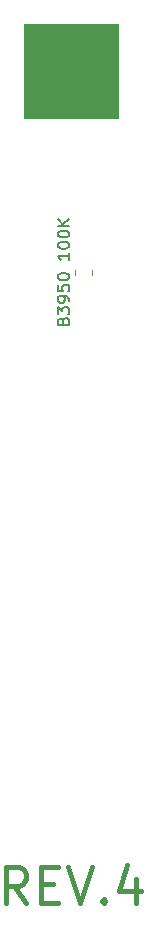
<source format=gbr>
%TF.GenerationSoftware,KiCad,Pcbnew,9.0.1*%
%TF.CreationDate,2025-09-29T15:26:36+08:00*%
%TF.ProjectId,custom_heater,63757374-6f6d-45f6-9865-617465722e6b,3*%
%TF.SameCoordinates,Original*%
%TF.FileFunction,Legend,Top*%
%TF.FilePolarity,Positive*%
%FSLAX46Y46*%
G04 Gerber Fmt 4.6, Leading zero omitted, Abs format (unit mm)*
G04 Created by KiCad (PCBNEW 9.0.1) date 2025-09-29 15:26:36*
%MOMM*%
%LPD*%
G01*
G04 APERTURE LIST*
%ADD10C,0.400000*%
%ADD11C,0.150000*%
%ADD12C,0.120000*%
G04 APERTURE END LIST*
D10*
X149542857Y-153467057D02*
X148542857Y-152038485D01*
X147828571Y-153467057D02*
X147828571Y-150467057D01*
X147828571Y-150467057D02*
X148971428Y-150467057D01*
X148971428Y-150467057D02*
X149257143Y-150609914D01*
X149257143Y-150609914D02*
X149400000Y-150752771D01*
X149400000Y-150752771D02*
X149542857Y-151038485D01*
X149542857Y-151038485D02*
X149542857Y-151467057D01*
X149542857Y-151467057D02*
X149400000Y-151752771D01*
X149400000Y-151752771D02*
X149257143Y-151895628D01*
X149257143Y-151895628D02*
X148971428Y-152038485D01*
X148971428Y-152038485D02*
X147828571Y-152038485D01*
X150828571Y-151895628D02*
X151828571Y-151895628D01*
X152257143Y-153467057D02*
X150828571Y-153467057D01*
X150828571Y-153467057D02*
X150828571Y-150467057D01*
X150828571Y-150467057D02*
X152257143Y-150467057D01*
X153114286Y-150467057D02*
X154114286Y-153467057D01*
X154114286Y-153467057D02*
X155114286Y-150467057D01*
X156114286Y-153181342D02*
X156257143Y-153324200D01*
X156257143Y-153324200D02*
X156114286Y-153467057D01*
X156114286Y-153467057D02*
X155971429Y-153324200D01*
X155971429Y-153324200D02*
X156114286Y-153181342D01*
X156114286Y-153181342D02*
X156114286Y-153467057D01*
X158828572Y-151467057D02*
X158828572Y-153467057D01*
X158114286Y-150324200D02*
X157400000Y-152467057D01*
X157400000Y-152467057D02*
X159257143Y-152467057D01*
G36*
X149400000Y-79100000D02*
G01*
X157400000Y-79100000D01*
X157400000Y-87100000D01*
X149400000Y-87100000D01*
X149400000Y-79100000D01*
G37*
D11*
X152681009Y-104242857D02*
X152728628Y-104100000D01*
X152728628Y-104100000D02*
X152776247Y-104052381D01*
X152776247Y-104052381D02*
X152871485Y-104004762D01*
X152871485Y-104004762D02*
X153014342Y-104004762D01*
X153014342Y-104004762D02*
X153109580Y-104052381D01*
X153109580Y-104052381D02*
X153157200Y-104100000D01*
X153157200Y-104100000D02*
X153204819Y-104195238D01*
X153204819Y-104195238D02*
X153204819Y-104576190D01*
X153204819Y-104576190D02*
X152204819Y-104576190D01*
X152204819Y-104576190D02*
X152204819Y-104242857D01*
X152204819Y-104242857D02*
X152252438Y-104147619D01*
X152252438Y-104147619D02*
X152300057Y-104100000D01*
X152300057Y-104100000D02*
X152395295Y-104052381D01*
X152395295Y-104052381D02*
X152490533Y-104052381D01*
X152490533Y-104052381D02*
X152585771Y-104100000D01*
X152585771Y-104100000D02*
X152633390Y-104147619D01*
X152633390Y-104147619D02*
X152681009Y-104242857D01*
X152681009Y-104242857D02*
X152681009Y-104576190D01*
X152204819Y-103671428D02*
X152204819Y-103052381D01*
X152204819Y-103052381D02*
X152585771Y-103385714D01*
X152585771Y-103385714D02*
X152585771Y-103242857D01*
X152585771Y-103242857D02*
X152633390Y-103147619D01*
X152633390Y-103147619D02*
X152681009Y-103100000D01*
X152681009Y-103100000D02*
X152776247Y-103052381D01*
X152776247Y-103052381D02*
X153014342Y-103052381D01*
X153014342Y-103052381D02*
X153109580Y-103100000D01*
X153109580Y-103100000D02*
X153157200Y-103147619D01*
X153157200Y-103147619D02*
X153204819Y-103242857D01*
X153204819Y-103242857D02*
X153204819Y-103528571D01*
X153204819Y-103528571D02*
X153157200Y-103623809D01*
X153157200Y-103623809D02*
X153109580Y-103671428D01*
X153204819Y-102576190D02*
X153204819Y-102385714D01*
X153204819Y-102385714D02*
X153157200Y-102290476D01*
X153157200Y-102290476D02*
X153109580Y-102242857D01*
X153109580Y-102242857D02*
X152966723Y-102147619D01*
X152966723Y-102147619D02*
X152776247Y-102100000D01*
X152776247Y-102100000D02*
X152395295Y-102100000D01*
X152395295Y-102100000D02*
X152300057Y-102147619D01*
X152300057Y-102147619D02*
X152252438Y-102195238D01*
X152252438Y-102195238D02*
X152204819Y-102290476D01*
X152204819Y-102290476D02*
X152204819Y-102480952D01*
X152204819Y-102480952D02*
X152252438Y-102576190D01*
X152252438Y-102576190D02*
X152300057Y-102623809D01*
X152300057Y-102623809D02*
X152395295Y-102671428D01*
X152395295Y-102671428D02*
X152633390Y-102671428D01*
X152633390Y-102671428D02*
X152728628Y-102623809D01*
X152728628Y-102623809D02*
X152776247Y-102576190D01*
X152776247Y-102576190D02*
X152823866Y-102480952D01*
X152823866Y-102480952D02*
X152823866Y-102290476D01*
X152823866Y-102290476D02*
X152776247Y-102195238D01*
X152776247Y-102195238D02*
X152728628Y-102147619D01*
X152728628Y-102147619D02*
X152633390Y-102100000D01*
X152204819Y-101195238D02*
X152204819Y-101671428D01*
X152204819Y-101671428D02*
X152681009Y-101719047D01*
X152681009Y-101719047D02*
X152633390Y-101671428D01*
X152633390Y-101671428D02*
X152585771Y-101576190D01*
X152585771Y-101576190D02*
X152585771Y-101338095D01*
X152585771Y-101338095D02*
X152633390Y-101242857D01*
X152633390Y-101242857D02*
X152681009Y-101195238D01*
X152681009Y-101195238D02*
X152776247Y-101147619D01*
X152776247Y-101147619D02*
X153014342Y-101147619D01*
X153014342Y-101147619D02*
X153109580Y-101195238D01*
X153109580Y-101195238D02*
X153157200Y-101242857D01*
X153157200Y-101242857D02*
X153204819Y-101338095D01*
X153204819Y-101338095D02*
X153204819Y-101576190D01*
X153204819Y-101576190D02*
X153157200Y-101671428D01*
X153157200Y-101671428D02*
X153109580Y-101719047D01*
X152204819Y-100528571D02*
X152204819Y-100433333D01*
X152204819Y-100433333D02*
X152252438Y-100338095D01*
X152252438Y-100338095D02*
X152300057Y-100290476D01*
X152300057Y-100290476D02*
X152395295Y-100242857D01*
X152395295Y-100242857D02*
X152585771Y-100195238D01*
X152585771Y-100195238D02*
X152823866Y-100195238D01*
X152823866Y-100195238D02*
X153014342Y-100242857D01*
X153014342Y-100242857D02*
X153109580Y-100290476D01*
X153109580Y-100290476D02*
X153157200Y-100338095D01*
X153157200Y-100338095D02*
X153204819Y-100433333D01*
X153204819Y-100433333D02*
X153204819Y-100528571D01*
X153204819Y-100528571D02*
X153157200Y-100623809D01*
X153157200Y-100623809D02*
X153109580Y-100671428D01*
X153109580Y-100671428D02*
X153014342Y-100719047D01*
X153014342Y-100719047D02*
X152823866Y-100766666D01*
X152823866Y-100766666D02*
X152585771Y-100766666D01*
X152585771Y-100766666D02*
X152395295Y-100719047D01*
X152395295Y-100719047D02*
X152300057Y-100671428D01*
X152300057Y-100671428D02*
X152252438Y-100623809D01*
X152252438Y-100623809D02*
X152204819Y-100528571D01*
X153204819Y-98480952D02*
X153204819Y-99052380D01*
X153204819Y-98766666D02*
X152204819Y-98766666D01*
X152204819Y-98766666D02*
X152347676Y-98861904D01*
X152347676Y-98861904D02*
X152442914Y-98957142D01*
X152442914Y-98957142D02*
X152490533Y-99052380D01*
X152204819Y-97861904D02*
X152204819Y-97766666D01*
X152204819Y-97766666D02*
X152252438Y-97671428D01*
X152252438Y-97671428D02*
X152300057Y-97623809D01*
X152300057Y-97623809D02*
X152395295Y-97576190D01*
X152395295Y-97576190D02*
X152585771Y-97528571D01*
X152585771Y-97528571D02*
X152823866Y-97528571D01*
X152823866Y-97528571D02*
X153014342Y-97576190D01*
X153014342Y-97576190D02*
X153109580Y-97623809D01*
X153109580Y-97623809D02*
X153157200Y-97671428D01*
X153157200Y-97671428D02*
X153204819Y-97766666D01*
X153204819Y-97766666D02*
X153204819Y-97861904D01*
X153204819Y-97861904D02*
X153157200Y-97957142D01*
X153157200Y-97957142D02*
X153109580Y-98004761D01*
X153109580Y-98004761D02*
X153014342Y-98052380D01*
X153014342Y-98052380D02*
X152823866Y-98099999D01*
X152823866Y-98099999D02*
X152585771Y-98099999D01*
X152585771Y-98099999D02*
X152395295Y-98052380D01*
X152395295Y-98052380D02*
X152300057Y-98004761D01*
X152300057Y-98004761D02*
X152252438Y-97957142D01*
X152252438Y-97957142D02*
X152204819Y-97861904D01*
X152204819Y-96909523D02*
X152204819Y-96814285D01*
X152204819Y-96814285D02*
X152252438Y-96719047D01*
X152252438Y-96719047D02*
X152300057Y-96671428D01*
X152300057Y-96671428D02*
X152395295Y-96623809D01*
X152395295Y-96623809D02*
X152585771Y-96576190D01*
X152585771Y-96576190D02*
X152823866Y-96576190D01*
X152823866Y-96576190D02*
X153014342Y-96623809D01*
X153014342Y-96623809D02*
X153109580Y-96671428D01*
X153109580Y-96671428D02*
X153157200Y-96719047D01*
X153157200Y-96719047D02*
X153204819Y-96814285D01*
X153204819Y-96814285D02*
X153204819Y-96909523D01*
X153204819Y-96909523D02*
X153157200Y-97004761D01*
X153157200Y-97004761D02*
X153109580Y-97052380D01*
X153109580Y-97052380D02*
X153014342Y-97099999D01*
X153014342Y-97099999D02*
X152823866Y-97147618D01*
X152823866Y-97147618D02*
X152585771Y-97147618D01*
X152585771Y-97147618D02*
X152395295Y-97099999D01*
X152395295Y-97099999D02*
X152300057Y-97052380D01*
X152300057Y-97052380D02*
X152252438Y-97004761D01*
X152252438Y-97004761D02*
X152204819Y-96909523D01*
X153204819Y-96147618D02*
X152204819Y-96147618D01*
X153204819Y-95576190D02*
X152633390Y-96004761D01*
X152204819Y-95576190D02*
X152776247Y-96147618D01*
D12*
%TO.C,B3950 100K*%
X153665000Y-100327064D02*
X153665000Y-99872936D01*
X155135000Y-100327064D02*
X155135000Y-99872936D01*
%TD*%
M02*

</source>
